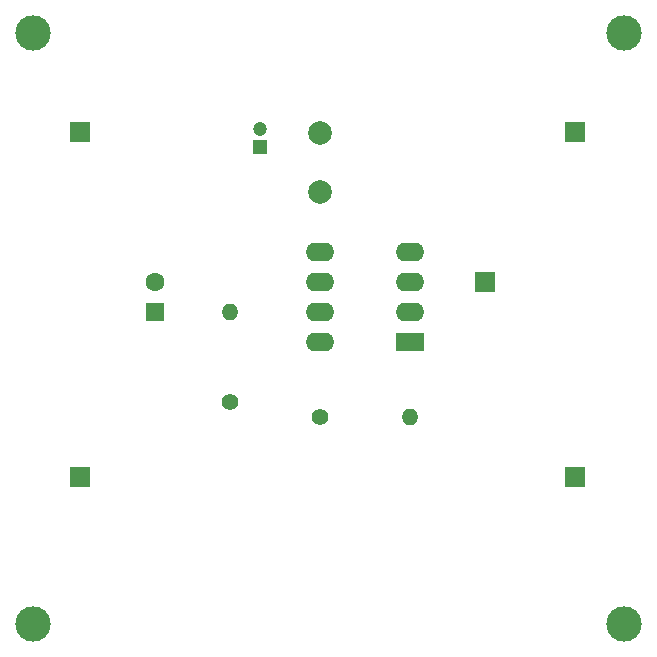
<source format=gbr>
G04 #@! TF.FileFunction,Copper,L1,Top,Signal*
%FSLAX46Y46*%
G04 Gerber Fmt 4.6, Leading zero omitted, Abs format (unit mm)*
G04 Created by KiCad (PCBNEW 4.0.7) date 02/11/18 19:05:46*
%MOMM*%
%LPD*%
G01*
G04 APERTURE LIST*
%ADD10C,0.100000*%
%ADD11R,1.200000X1.200000*%
%ADD12C,1.200000*%
%ADD13R,1.600000X1.600000*%
%ADD14C,1.600000*%
%ADD15C,2.000000*%
%ADD16C,1.400000*%
%ADD17O,1.400000X1.400000*%
%ADD18R,2.400000X1.600000*%
%ADD19O,2.400000X1.600000*%
%ADD20R,1.800000X1.800000*%
%ADD21C,3.000000*%
G04 APERTURE END LIST*
D10*
D11*
X149220000Y-94610000D03*
D12*
X149220000Y-93110000D03*
D13*
X140330000Y-108580000D03*
D14*
X140330000Y-106080000D03*
D15*
X154300000Y-98420000D03*
X154300000Y-93420000D03*
D16*
X146680000Y-116200000D03*
D17*
X146680000Y-108580000D03*
D16*
X154300000Y-117470000D03*
D17*
X161920000Y-117470000D03*
D18*
X161920000Y-111120000D03*
D19*
X154300000Y-103500000D03*
X161920000Y-108580000D03*
X154300000Y-106040000D03*
X161920000Y-106040000D03*
X154300000Y-108580000D03*
X161920000Y-103500000D03*
X154300000Y-111120000D03*
D20*
X133980000Y-122550000D03*
X175890000Y-93340000D03*
X175890000Y-122550000D03*
X168270000Y-106040000D03*
X133980000Y-93340000D03*
D21*
X130000000Y-85000000D03*
X180000000Y-85000000D03*
X180000000Y-135000000D03*
X130000000Y-135000000D03*
M02*

</source>
